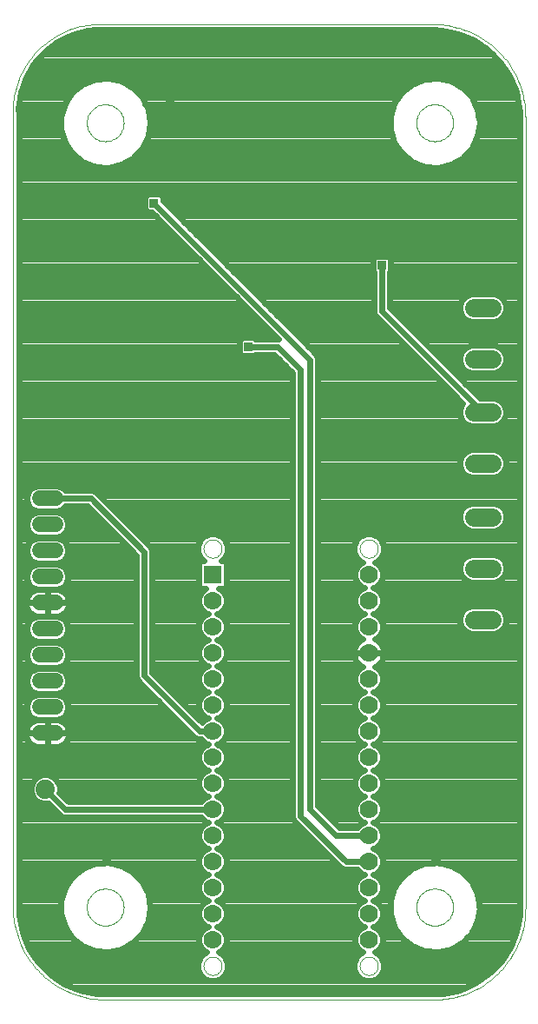
<source format=gbl>
G75*
%MOIN*%
%OFA0B0*%
%FSLAX24Y24*%
%IPPOS*%
%LPD*%
%AMOC8*
5,1,8,0,0,1.08239X$1,22.5*
%
%ADD10C,0.0000*%
%ADD11C,0.0740*%
%ADD12C,0.0600*%
%ADD13C,0.0705*%
%ADD14R,0.0700X0.0700*%
%ADD15C,0.0700*%
%ADD16C,0.0240*%
%ADD17R,0.0317X0.0317*%
D10*
X001927Y006470D02*
X001927Y036785D01*
X005076Y040328D02*
X018068Y040328D01*
X018184Y040326D01*
X018300Y040320D01*
X018415Y040311D01*
X018530Y040298D01*
X018645Y040281D01*
X018759Y040260D01*
X018873Y040235D01*
X018985Y040207D01*
X019096Y040175D01*
X019207Y040140D01*
X019316Y040101D01*
X019424Y040058D01*
X019530Y040012D01*
X019635Y039963D01*
X019738Y039910D01*
X019840Y039853D01*
X019939Y039794D01*
X020036Y039731D01*
X020132Y039665D01*
X020225Y039596D01*
X020316Y039524D01*
X020404Y039449D01*
X020490Y039371D01*
X020573Y039290D01*
X020654Y039207D01*
X020732Y039121D01*
X020807Y039033D01*
X020879Y038942D01*
X020948Y038849D01*
X021014Y038753D01*
X021077Y038656D01*
X021136Y038557D01*
X021193Y038455D01*
X021246Y038352D01*
X021295Y038247D01*
X021341Y038141D01*
X021384Y038033D01*
X021423Y037924D01*
X021458Y037813D01*
X021490Y037702D01*
X021518Y037590D01*
X021543Y037476D01*
X021564Y037362D01*
X021581Y037247D01*
X021594Y037132D01*
X021603Y037017D01*
X021609Y036901D01*
X021611Y036785D01*
X021612Y036785D02*
X021612Y006470D01*
X017418Y006470D02*
X017420Y006523D01*
X017426Y006576D01*
X017436Y006628D01*
X017449Y006679D01*
X017467Y006729D01*
X017488Y006778D01*
X017513Y006825D01*
X017541Y006869D01*
X017573Y006912D01*
X017607Y006952D01*
X017645Y006990D01*
X017685Y007024D01*
X017728Y007056D01*
X017773Y007084D01*
X017819Y007109D01*
X017868Y007130D01*
X017918Y007148D01*
X017969Y007161D01*
X018021Y007171D01*
X018074Y007177D01*
X018127Y007179D01*
X018180Y007177D01*
X018233Y007171D01*
X018285Y007161D01*
X018336Y007148D01*
X018386Y007130D01*
X018435Y007109D01*
X018482Y007084D01*
X018526Y007056D01*
X018569Y007024D01*
X018609Y006990D01*
X018647Y006952D01*
X018681Y006912D01*
X018713Y006869D01*
X018741Y006824D01*
X018766Y006778D01*
X018787Y006729D01*
X018805Y006679D01*
X018818Y006628D01*
X018828Y006576D01*
X018834Y006523D01*
X018836Y006470D01*
X018834Y006417D01*
X018828Y006364D01*
X018818Y006312D01*
X018805Y006261D01*
X018787Y006211D01*
X018766Y006162D01*
X018741Y006115D01*
X018713Y006071D01*
X018681Y006028D01*
X018647Y005988D01*
X018609Y005950D01*
X018569Y005916D01*
X018526Y005884D01*
X018481Y005856D01*
X018435Y005831D01*
X018386Y005810D01*
X018336Y005792D01*
X018285Y005779D01*
X018233Y005769D01*
X018180Y005763D01*
X018127Y005761D01*
X018074Y005763D01*
X018021Y005769D01*
X017969Y005779D01*
X017918Y005792D01*
X017868Y005810D01*
X017819Y005831D01*
X017772Y005856D01*
X017728Y005884D01*
X017685Y005916D01*
X017645Y005950D01*
X017607Y005988D01*
X017573Y006028D01*
X017541Y006071D01*
X017513Y006116D01*
X017488Y006162D01*
X017467Y006211D01*
X017449Y006261D01*
X017436Y006312D01*
X017426Y006364D01*
X017420Y006417D01*
X017418Y006470D01*
X018128Y002926D02*
X018245Y002929D01*
X018362Y002936D01*
X018479Y002947D01*
X018596Y002961D01*
X018712Y002980D01*
X018827Y003002D01*
X018941Y003029D01*
X019055Y003059D01*
X019167Y003093D01*
X019279Y003130D01*
X019388Y003172D01*
X019497Y003216D01*
X019604Y003265D01*
X019709Y003317D01*
X019813Y003373D01*
X019914Y003432D01*
X020014Y003494D01*
X020111Y003560D01*
X020206Y003629D01*
X020299Y003701D01*
X020389Y003776D01*
X020477Y003854D01*
X020562Y003935D01*
X020644Y004018D01*
X020724Y004105D01*
X020800Y004194D01*
X020874Y004285D01*
X020944Y004379D01*
X021012Y004476D01*
X021076Y004574D01*
X021136Y004675D01*
X021194Y004777D01*
X021248Y004882D01*
X021298Y004988D01*
X021345Y005095D01*
X021388Y005205D01*
X021427Y005315D01*
X021463Y005427D01*
X021495Y005540D01*
X021523Y005654D01*
X021547Y005769D01*
X021568Y005885D01*
X021584Y006001D01*
X021597Y006118D01*
X021606Y006235D01*
X021611Y006352D01*
X021612Y006470D01*
X018127Y002927D02*
X005470Y002927D01*
X004761Y006470D02*
X004763Y006523D01*
X004769Y006576D01*
X004779Y006628D01*
X004792Y006679D01*
X004810Y006729D01*
X004831Y006778D01*
X004856Y006825D01*
X004884Y006869D01*
X004916Y006912D01*
X004950Y006952D01*
X004988Y006990D01*
X005028Y007024D01*
X005071Y007056D01*
X005116Y007084D01*
X005162Y007109D01*
X005211Y007130D01*
X005261Y007148D01*
X005312Y007161D01*
X005364Y007171D01*
X005417Y007177D01*
X005470Y007179D01*
X005523Y007177D01*
X005576Y007171D01*
X005628Y007161D01*
X005679Y007148D01*
X005729Y007130D01*
X005778Y007109D01*
X005825Y007084D01*
X005869Y007056D01*
X005912Y007024D01*
X005952Y006990D01*
X005990Y006952D01*
X006024Y006912D01*
X006056Y006869D01*
X006084Y006824D01*
X006109Y006778D01*
X006130Y006729D01*
X006148Y006679D01*
X006161Y006628D01*
X006171Y006576D01*
X006177Y006523D01*
X006179Y006470D01*
X006177Y006417D01*
X006171Y006364D01*
X006161Y006312D01*
X006148Y006261D01*
X006130Y006211D01*
X006109Y006162D01*
X006084Y006115D01*
X006056Y006071D01*
X006024Y006028D01*
X005990Y005988D01*
X005952Y005950D01*
X005912Y005916D01*
X005869Y005884D01*
X005824Y005856D01*
X005778Y005831D01*
X005729Y005810D01*
X005679Y005792D01*
X005628Y005779D01*
X005576Y005769D01*
X005523Y005763D01*
X005470Y005761D01*
X005417Y005763D01*
X005364Y005769D01*
X005312Y005779D01*
X005261Y005792D01*
X005211Y005810D01*
X005162Y005831D01*
X005115Y005856D01*
X005071Y005884D01*
X005028Y005916D01*
X004988Y005950D01*
X004950Y005988D01*
X004916Y006028D01*
X004884Y006071D01*
X004856Y006116D01*
X004831Y006162D01*
X004810Y006211D01*
X004792Y006261D01*
X004779Y006312D01*
X004769Y006364D01*
X004763Y006417D01*
X004761Y006470D01*
X001927Y006470D02*
X001929Y006354D01*
X001935Y006238D01*
X001944Y006123D01*
X001957Y006008D01*
X001974Y005893D01*
X001995Y005779D01*
X002020Y005665D01*
X002048Y005553D01*
X002080Y005442D01*
X002115Y005331D01*
X002154Y005222D01*
X002197Y005114D01*
X002243Y005008D01*
X002292Y004903D01*
X002345Y004800D01*
X002402Y004698D01*
X002461Y004599D01*
X002524Y004502D01*
X002590Y004406D01*
X002659Y004313D01*
X002731Y004222D01*
X002806Y004134D01*
X002884Y004048D01*
X002965Y003965D01*
X003048Y003884D01*
X003134Y003806D01*
X003222Y003731D01*
X003313Y003659D01*
X003406Y003590D01*
X003502Y003524D01*
X003599Y003461D01*
X003699Y003402D01*
X003800Y003345D01*
X003903Y003292D01*
X004008Y003243D01*
X004114Y003197D01*
X004222Y003154D01*
X004331Y003115D01*
X004442Y003080D01*
X004553Y003048D01*
X004665Y003020D01*
X004779Y002995D01*
X004893Y002974D01*
X005008Y002957D01*
X005123Y002944D01*
X005238Y002935D01*
X005354Y002929D01*
X005470Y002927D01*
X009245Y004220D02*
X009247Y004257D01*
X009253Y004294D01*
X009263Y004330D01*
X009276Y004365D01*
X009293Y004398D01*
X009314Y004429D01*
X009338Y004457D01*
X009365Y004483D01*
X009394Y004506D01*
X009425Y004526D01*
X009459Y004542D01*
X009494Y004555D01*
X009530Y004564D01*
X009567Y004569D01*
X009604Y004570D01*
X009641Y004567D01*
X009678Y004560D01*
X009714Y004549D01*
X009748Y004535D01*
X009781Y004517D01*
X009811Y004495D01*
X009839Y004471D01*
X009864Y004443D01*
X009887Y004413D01*
X009906Y004381D01*
X009921Y004347D01*
X009933Y004312D01*
X009941Y004276D01*
X009945Y004239D01*
X009945Y004201D01*
X009941Y004164D01*
X009933Y004128D01*
X009921Y004093D01*
X009906Y004059D01*
X009887Y004027D01*
X009864Y003997D01*
X009839Y003969D01*
X009811Y003945D01*
X009781Y003923D01*
X009748Y003905D01*
X009714Y003891D01*
X009678Y003880D01*
X009641Y003873D01*
X009604Y003870D01*
X009567Y003871D01*
X009530Y003876D01*
X009494Y003885D01*
X009459Y003898D01*
X009425Y003914D01*
X009394Y003934D01*
X009365Y003957D01*
X009338Y003983D01*
X009314Y004011D01*
X009293Y004042D01*
X009276Y004075D01*
X009263Y004110D01*
X009253Y004146D01*
X009247Y004183D01*
X009245Y004220D01*
X015245Y004220D02*
X015247Y004257D01*
X015253Y004294D01*
X015263Y004330D01*
X015276Y004365D01*
X015293Y004398D01*
X015314Y004429D01*
X015338Y004457D01*
X015365Y004483D01*
X015394Y004506D01*
X015425Y004526D01*
X015459Y004542D01*
X015494Y004555D01*
X015530Y004564D01*
X015567Y004569D01*
X015604Y004570D01*
X015641Y004567D01*
X015678Y004560D01*
X015714Y004549D01*
X015748Y004535D01*
X015781Y004517D01*
X015811Y004495D01*
X015839Y004471D01*
X015864Y004443D01*
X015887Y004413D01*
X015906Y004381D01*
X015921Y004347D01*
X015933Y004312D01*
X015941Y004276D01*
X015945Y004239D01*
X015945Y004201D01*
X015941Y004164D01*
X015933Y004128D01*
X015921Y004093D01*
X015906Y004059D01*
X015887Y004027D01*
X015864Y003997D01*
X015839Y003969D01*
X015811Y003945D01*
X015781Y003923D01*
X015748Y003905D01*
X015714Y003891D01*
X015678Y003880D01*
X015641Y003873D01*
X015604Y003870D01*
X015567Y003871D01*
X015530Y003876D01*
X015494Y003885D01*
X015459Y003898D01*
X015425Y003914D01*
X015394Y003934D01*
X015365Y003957D01*
X015338Y003983D01*
X015314Y004011D01*
X015293Y004042D01*
X015276Y004075D01*
X015263Y004110D01*
X015253Y004146D01*
X015247Y004183D01*
X015245Y004220D01*
X015245Y020220D02*
X015247Y020257D01*
X015253Y020294D01*
X015263Y020330D01*
X015276Y020365D01*
X015293Y020398D01*
X015314Y020429D01*
X015338Y020457D01*
X015365Y020483D01*
X015394Y020506D01*
X015425Y020526D01*
X015459Y020542D01*
X015494Y020555D01*
X015530Y020564D01*
X015567Y020569D01*
X015604Y020570D01*
X015641Y020567D01*
X015678Y020560D01*
X015714Y020549D01*
X015748Y020535D01*
X015781Y020517D01*
X015811Y020495D01*
X015839Y020471D01*
X015864Y020443D01*
X015887Y020413D01*
X015906Y020381D01*
X015921Y020347D01*
X015933Y020312D01*
X015941Y020276D01*
X015945Y020239D01*
X015945Y020201D01*
X015941Y020164D01*
X015933Y020128D01*
X015921Y020093D01*
X015906Y020059D01*
X015887Y020027D01*
X015864Y019997D01*
X015839Y019969D01*
X015811Y019945D01*
X015781Y019923D01*
X015748Y019905D01*
X015714Y019891D01*
X015678Y019880D01*
X015641Y019873D01*
X015604Y019870D01*
X015567Y019871D01*
X015530Y019876D01*
X015494Y019885D01*
X015459Y019898D01*
X015425Y019914D01*
X015394Y019934D01*
X015365Y019957D01*
X015338Y019983D01*
X015314Y020011D01*
X015293Y020042D01*
X015276Y020075D01*
X015263Y020110D01*
X015253Y020146D01*
X015247Y020183D01*
X015245Y020220D01*
X009245Y020220D02*
X009247Y020257D01*
X009253Y020294D01*
X009263Y020330D01*
X009276Y020365D01*
X009293Y020398D01*
X009314Y020429D01*
X009338Y020457D01*
X009365Y020483D01*
X009394Y020506D01*
X009425Y020526D01*
X009459Y020542D01*
X009494Y020555D01*
X009530Y020564D01*
X009567Y020569D01*
X009604Y020570D01*
X009641Y020567D01*
X009678Y020560D01*
X009714Y020549D01*
X009748Y020535D01*
X009781Y020517D01*
X009811Y020495D01*
X009839Y020471D01*
X009864Y020443D01*
X009887Y020413D01*
X009906Y020381D01*
X009921Y020347D01*
X009933Y020312D01*
X009941Y020276D01*
X009945Y020239D01*
X009945Y020201D01*
X009941Y020164D01*
X009933Y020128D01*
X009921Y020093D01*
X009906Y020059D01*
X009887Y020027D01*
X009864Y019997D01*
X009839Y019969D01*
X009811Y019945D01*
X009781Y019923D01*
X009748Y019905D01*
X009714Y019891D01*
X009678Y019880D01*
X009641Y019873D01*
X009604Y019870D01*
X009567Y019871D01*
X009530Y019876D01*
X009494Y019885D01*
X009459Y019898D01*
X009425Y019914D01*
X009394Y019934D01*
X009365Y019957D01*
X009338Y019983D01*
X009314Y020011D01*
X009293Y020042D01*
X009276Y020075D01*
X009263Y020110D01*
X009253Y020146D01*
X009247Y020183D01*
X009245Y020220D01*
X004761Y036549D02*
X004763Y036602D01*
X004769Y036655D01*
X004779Y036707D01*
X004792Y036758D01*
X004810Y036808D01*
X004831Y036857D01*
X004856Y036904D01*
X004884Y036948D01*
X004916Y036991D01*
X004950Y037031D01*
X004988Y037069D01*
X005028Y037103D01*
X005071Y037135D01*
X005116Y037163D01*
X005162Y037188D01*
X005211Y037209D01*
X005261Y037227D01*
X005312Y037240D01*
X005364Y037250D01*
X005417Y037256D01*
X005470Y037258D01*
X005523Y037256D01*
X005576Y037250D01*
X005628Y037240D01*
X005679Y037227D01*
X005729Y037209D01*
X005778Y037188D01*
X005825Y037163D01*
X005869Y037135D01*
X005912Y037103D01*
X005952Y037069D01*
X005990Y037031D01*
X006024Y036991D01*
X006056Y036948D01*
X006084Y036903D01*
X006109Y036857D01*
X006130Y036808D01*
X006148Y036758D01*
X006161Y036707D01*
X006171Y036655D01*
X006177Y036602D01*
X006179Y036549D01*
X006177Y036496D01*
X006171Y036443D01*
X006161Y036391D01*
X006148Y036340D01*
X006130Y036290D01*
X006109Y036241D01*
X006084Y036194D01*
X006056Y036150D01*
X006024Y036107D01*
X005990Y036067D01*
X005952Y036029D01*
X005912Y035995D01*
X005869Y035963D01*
X005824Y035935D01*
X005778Y035910D01*
X005729Y035889D01*
X005679Y035871D01*
X005628Y035858D01*
X005576Y035848D01*
X005523Y035842D01*
X005470Y035840D01*
X005417Y035842D01*
X005364Y035848D01*
X005312Y035858D01*
X005261Y035871D01*
X005211Y035889D01*
X005162Y035910D01*
X005115Y035935D01*
X005071Y035963D01*
X005028Y035995D01*
X004988Y036029D01*
X004950Y036067D01*
X004916Y036107D01*
X004884Y036150D01*
X004856Y036195D01*
X004831Y036241D01*
X004810Y036290D01*
X004792Y036340D01*
X004779Y036391D01*
X004769Y036443D01*
X004763Y036496D01*
X004761Y036549D01*
X001927Y036785D02*
X001922Y036900D01*
X001921Y037014D01*
X001924Y037128D01*
X001931Y037243D01*
X001942Y037357D01*
X001957Y037470D01*
X001975Y037583D01*
X001998Y037695D01*
X002024Y037807D01*
X002054Y037917D01*
X002088Y038026D01*
X002125Y038135D01*
X002167Y038241D01*
X002211Y038347D01*
X002260Y038450D01*
X002312Y038552D01*
X002367Y038653D01*
X002426Y038751D01*
X002488Y038847D01*
X002553Y038941D01*
X002622Y039033D01*
X002693Y039122D01*
X002768Y039209D01*
X002845Y039293D01*
X002925Y039375D01*
X003009Y039453D01*
X003094Y039529D01*
X003182Y039602D01*
X003273Y039672D01*
X003366Y039739D01*
X003461Y039802D01*
X003559Y039862D01*
X003658Y039919D01*
X003759Y039973D01*
X003862Y040023D01*
X003967Y040069D01*
X004073Y040112D01*
X004181Y040151D01*
X004289Y040186D01*
X004399Y040218D01*
X004510Y040246D01*
X004622Y040270D01*
X004735Y040291D01*
X004848Y040307D01*
X004962Y040320D01*
X005076Y040328D01*
X017418Y036549D02*
X017420Y036602D01*
X017426Y036655D01*
X017436Y036707D01*
X017449Y036758D01*
X017467Y036808D01*
X017488Y036857D01*
X017513Y036904D01*
X017541Y036948D01*
X017573Y036991D01*
X017607Y037031D01*
X017645Y037069D01*
X017685Y037103D01*
X017728Y037135D01*
X017773Y037163D01*
X017819Y037188D01*
X017868Y037209D01*
X017918Y037227D01*
X017969Y037240D01*
X018021Y037250D01*
X018074Y037256D01*
X018127Y037258D01*
X018180Y037256D01*
X018233Y037250D01*
X018285Y037240D01*
X018336Y037227D01*
X018386Y037209D01*
X018435Y037188D01*
X018482Y037163D01*
X018526Y037135D01*
X018569Y037103D01*
X018609Y037069D01*
X018647Y037031D01*
X018681Y036991D01*
X018713Y036948D01*
X018741Y036903D01*
X018766Y036857D01*
X018787Y036808D01*
X018805Y036758D01*
X018818Y036707D01*
X018828Y036655D01*
X018834Y036602D01*
X018836Y036549D01*
X018834Y036496D01*
X018828Y036443D01*
X018818Y036391D01*
X018805Y036340D01*
X018787Y036290D01*
X018766Y036241D01*
X018741Y036194D01*
X018713Y036150D01*
X018681Y036107D01*
X018647Y036067D01*
X018609Y036029D01*
X018569Y035995D01*
X018526Y035963D01*
X018481Y035935D01*
X018435Y035910D01*
X018386Y035889D01*
X018336Y035871D01*
X018285Y035858D01*
X018233Y035848D01*
X018180Y035842D01*
X018127Y035840D01*
X018074Y035842D01*
X018021Y035848D01*
X017969Y035858D01*
X017918Y035871D01*
X017868Y035889D01*
X017819Y035910D01*
X017772Y035935D01*
X017728Y035963D01*
X017685Y035995D01*
X017645Y036029D01*
X017607Y036067D01*
X017573Y036107D01*
X017541Y036150D01*
X017513Y036195D01*
X017488Y036241D01*
X017467Y036290D01*
X017449Y036340D01*
X017436Y036391D01*
X017426Y036443D01*
X017420Y036496D01*
X017418Y036549D01*
D11*
X003165Y010992D03*
D12*
X002946Y013141D02*
X003546Y013141D01*
X003546Y014141D02*
X002946Y014141D01*
X002946Y015141D02*
X003546Y015141D01*
X003546Y016141D02*
X002946Y016141D01*
X002946Y017141D02*
X003546Y017141D01*
X003546Y018141D02*
X002946Y018141D01*
X002946Y019141D02*
X003546Y019141D01*
X003546Y020141D02*
X002946Y020141D01*
X002946Y021141D02*
X003546Y021141D01*
X003546Y022141D02*
X002946Y022141D01*
D13*
X019625Y021439D02*
X020330Y021439D01*
X020330Y019470D02*
X019625Y019470D01*
X019625Y017501D02*
X020330Y017501D01*
X020323Y023486D02*
X019618Y023486D01*
X019618Y025454D02*
X020323Y025454D01*
X020323Y027486D02*
X019618Y027486D01*
X019618Y029454D02*
X020323Y029454D01*
D14*
X009595Y019220D03*
D15*
X009595Y018220D03*
X009595Y017220D03*
X009595Y016220D03*
X009595Y015220D03*
X009595Y014220D03*
X009595Y013220D03*
X009595Y012220D03*
X009595Y011220D03*
X009595Y010220D03*
X009595Y009220D03*
X009595Y008220D03*
X009595Y007220D03*
X009595Y006220D03*
X009595Y005220D03*
X015595Y005220D03*
X015595Y006220D03*
X015595Y007220D03*
X015595Y008220D03*
X015595Y009220D03*
X015595Y010220D03*
X015595Y011220D03*
X015595Y012220D03*
X015595Y013220D03*
X015595Y014220D03*
X015595Y015220D03*
X015595Y016220D03*
X015595Y017220D03*
X015595Y018220D03*
X015595Y019220D03*
D16*
X002539Y004903D02*
X002901Y004362D01*
X003362Y003901D01*
X003903Y003539D01*
X004505Y003290D01*
X005144Y003163D01*
X005470Y003147D01*
X018126Y003147D01*
X018448Y003165D01*
X019081Y003297D01*
X019675Y003549D01*
X020209Y003912D01*
X020662Y004372D01*
X021016Y004912D01*
X021258Y005511D01*
X021379Y006145D01*
X021392Y006468D01*
X021392Y006469D01*
X021391Y006559D01*
X021392Y006560D01*
X021392Y036785D01*
X021376Y037111D01*
X021249Y037750D01*
X020999Y038352D01*
X020637Y038893D01*
X020177Y039354D01*
X019635Y039716D01*
X019033Y039965D01*
X018394Y040092D01*
X018068Y040108D01*
X005086Y040108D01*
X004784Y040076D01*
X004189Y039921D01*
X003637Y039653D01*
X003147Y039282D01*
X002739Y038823D01*
X002429Y038294D01*
X002228Y037713D01*
X002143Y037105D01*
X002146Y036877D01*
X002147Y036876D01*
X002147Y036791D01*
X002152Y036707D01*
X002147Y036701D01*
X002147Y006470D01*
X002163Y006144D01*
X002290Y005505D01*
X002539Y004903D01*
X002585Y004835D02*
X004981Y004835D01*
X005087Y004793D02*
X005087Y004793D01*
X004610Y004980D01*
X004610Y004980D01*
X004209Y005300D01*
X004209Y005300D01*
X004209Y005300D01*
X003920Y005724D01*
X003920Y005724D01*
X003769Y006214D01*
X003769Y006726D01*
X003920Y007216D01*
X003920Y007216D01*
X004209Y007640D01*
X004209Y007640D01*
X004610Y007960D01*
X004610Y007960D01*
X005087Y008147D01*
X005087Y008147D01*
X005599Y008185D01*
X005599Y008185D01*
X006098Y008071D01*
X006098Y008071D01*
X006542Y007815D01*
X006542Y007815D01*
X006891Y007439D01*
X006891Y007439D01*
X007114Y006977D01*
X007190Y006470D01*
X007190Y006470D01*
X007114Y005963D01*
X006891Y005501D01*
X006542Y005125D01*
X006542Y005125D01*
X006098Y004869D01*
X006098Y004869D01*
X005599Y004755D01*
X005599Y004755D01*
X005087Y004793D01*
X004494Y005073D02*
X002469Y005073D01*
X002370Y005312D02*
X004201Y005312D01*
X004039Y005550D02*
X002281Y005550D01*
X002233Y005789D02*
X003900Y005789D01*
X003827Y006027D02*
X002186Y006027D01*
X002157Y006266D02*
X003769Y006266D01*
X003769Y006504D02*
X002147Y006504D01*
X002147Y006743D02*
X003774Y006743D01*
X003848Y006981D02*
X002147Y006981D01*
X002147Y007220D02*
X003923Y007220D01*
X004085Y007458D02*
X002147Y007458D01*
X002147Y007697D02*
X004280Y007697D01*
X004579Y007935D02*
X002147Y007935D01*
X002147Y008174D02*
X005445Y008174D01*
X005649Y008174D02*
X009065Y008174D01*
X009065Y008115D02*
X009146Y007920D01*
X009295Y007771D01*
X009417Y007720D01*
X009295Y007669D01*
X009146Y007520D01*
X009065Y007325D01*
X009065Y007115D01*
X009146Y006920D01*
X009295Y006771D01*
X009417Y006720D01*
X009295Y006669D01*
X009146Y006520D01*
X009065Y006325D01*
X009065Y006115D01*
X009146Y005920D01*
X009295Y005771D01*
X009417Y005720D01*
X009295Y005669D01*
X009146Y005520D01*
X009065Y005325D01*
X009065Y005115D01*
X009146Y004920D01*
X009295Y004771D01*
X009365Y004742D01*
X009272Y004703D01*
X009112Y004543D01*
X009025Y004333D01*
X009025Y004107D01*
X009112Y003897D01*
X009272Y003737D01*
X009482Y003650D01*
X009708Y003650D01*
X009918Y003737D01*
X010078Y003897D01*
X010165Y004107D01*
X010165Y004333D01*
X010078Y004543D01*
X009918Y004703D01*
X009825Y004742D01*
X009895Y004771D01*
X010044Y004920D01*
X010125Y005115D01*
X010125Y005325D01*
X010044Y005520D01*
X009895Y005669D01*
X009773Y005720D01*
X009895Y005771D01*
X010044Y005920D01*
X010125Y006115D01*
X010125Y006325D01*
X010044Y006520D01*
X009895Y006669D01*
X009773Y006720D01*
X009895Y006771D01*
X010044Y006920D01*
X010125Y007115D01*
X010125Y007325D01*
X010044Y007520D01*
X009895Y007669D01*
X009773Y007720D01*
X009895Y007771D01*
X010044Y007920D01*
X010125Y008115D01*
X010125Y008325D01*
X010044Y008520D01*
X009895Y008669D01*
X009773Y008720D01*
X009895Y008771D01*
X010044Y008920D01*
X010125Y009115D01*
X010125Y009325D01*
X010044Y009520D01*
X009895Y009669D01*
X009773Y009720D01*
X009895Y009771D01*
X010044Y009920D01*
X010125Y010115D01*
X010125Y010325D01*
X010044Y010520D01*
X009895Y010669D01*
X009773Y010720D01*
X009895Y010771D01*
X010044Y010920D01*
X010125Y011115D01*
X010125Y011325D01*
X010044Y011520D01*
X009895Y011669D01*
X009773Y011720D01*
X009895Y011771D01*
X010044Y011920D01*
X010125Y012115D01*
X010125Y012325D01*
X010044Y012520D01*
X009895Y012669D01*
X009773Y012720D01*
X009895Y012771D01*
X010044Y012920D01*
X010125Y013115D01*
X010125Y013325D01*
X010044Y013520D01*
X009895Y013669D01*
X009773Y013720D01*
X009895Y013771D01*
X010044Y013920D01*
X010125Y014115D01*
X010125Y014325D01*
X010044Y014520D01*
X009895Y014669D01*
X009773Y014720D01*
X009895Y014771D01*
X010044Y014920D01*
X010125Y015115D01*
X010125Y015325D01*
X010044Y015520D01*
X009895Y015669D01*
X009773Y015720D01*
X009895Y015771D01*
X010044Y015920D01*
X010125Y016115D01*
X010125Y016325D01*
X010044Y016520D01*
X009895Y016669D01*
X009773Y016720D01*
X009895Y016771D01*
X010044Y016920D01*
X010125Y017115D01*
X010125Y017325D01*
X010044Y017520D01*
X009895Y017669D01*
X009773Y017720D01*
X009895Y017771D01*
X010044Y017920D01*
X010125Y018115D01*
X010125Y018325D01*
X010044Y018520D01*
X009895Y018669D01*
X009845Y018690D01*
X010020Y018690D01*
X010125Y018795D01*
X010125Y019645D01*
X010020Y019750D01*
X009931Y019750D01*
X010078Y019897D01*
X010165Y020107D01*
X010165Y020333D01*
X010078Y020543D01*
X009918Y020703D01*
X009708Y020790D01*
X009482Y020790D01*
X009272Y020703D01*
X009112Y020543D01*
X009025Y020333D01*
X009025Y020107D01*
X009112Y019897D01*
X009259Y019750D01*
X009170Y019750D01*
X009065Y019645D01*
X009065Y018795D01*
X009170Y018690D01*
X009345Y018690D01*
X009295Y018669D01*
X009146Y018520D01*
X009065Y018325D01*
X009065Y018115D01*
X009146Y017920D01*
X009295Y017771D01*
X009417Y017720D01*
X009295Y017669D01*
X009146Y017520D01*
X009065Y017325D01*
X009065Y017115D01*
X009146Y016920D01*
X009295Y016771D01*
X009417Y016720D01*
X009295Y016669D01*
X009146Y016520D01*
X009065Y016325D01*
X009065Y016115D01*
X009146Y015920D01*
X009295Y015771D01*
X009417Y015720D01*
X009295Y015669D01*
X009146Y015520D01*
X009065Y015325D01*
X009065Y015115D01*
X009146Y014920D01*
X009295Y014771D01*
X009417Y014720D01*
X009295Y014669D01*
X009146Y014520D01*
X009065Y014325D01*
X009065Y014115D01*
X009146Y013920D01*
X009295Y013771D01*
X009417Y013720D01*
X009295Y013669D01*
X009182Y013557D01*
X007270Y015469D01*
X007270Y020155D01*
X007224Y020265D01*
X005178Y022311D01*
X005094Y022396D01*
X004983Y022441D01*
X003924Y022441D01*
X003817Y022548D01*
X003641Y022621D01*
X002850Y022621D01*
X002674Y022548D01*
X002539Y022413D01*
X002466Y022237D01*
X002466Y022046D01*
X002539Y021869D01*
X002674Y021734D01*
X002850Y021661D01*
X003641Y021661D01*
X003817Y021734D01*
X003924Y021841D01*
X004799Y021841D01*
X006670Y019971D01*
X006670Y015285D01*
X006716Y015175D01*
X006800Y015091D01*
X008925Y012966D01*
X009035Y012920D01*
X009146Y012920D01*
X009295Y012771D01*
X009417Y012720D01*
X009295Y012669D01*
X009146Y012520D01*
X009065Y012325D01*
X009065Y012115D01*
X009146Y011920D01*
X009295Y011771D01*
X009417Y011720D01*
X009295Y011669D01*
X009146Y011520D01*
X009065Y011325D01*
X009065Y011115D01*
X009146Y010920D01*
X009295Y010771D01*
X009417Y010720D01*
X009295Y010669D01*
X009146Y010520D01*
X009146Y010520D01*
X004061Y010520D01*
X003710Y010871D01*
X003715Y010882D01*
X003715Y011101D01*
X003631Y011303D01*
X003476Y011458D01*
X003274Y011542D01*
X003055Y011542D01*
X002853Y011458D01*
X002699Y011303D01*
X002615Y011101D01*
X002615Y010882D01*
X002699Y010680D01*
X002853Y010525D01*
X003055Y010442D01*
X003274Y010442D01*
X003286Y010446D01*
X003767Y009966D01*
X003877Y009920D01*
X009146Y009920D01*
X009295Y009771D01*
X009417Y009720D01*
X009295Y009669D01*
X009146Y009520D01*
X009065Y009325D01*
X009065Y009115D01*
X009146Y008920D01*
X009295Y008771D01*
X009417Y008720D01*
X009295Y008669D01*
X009146Y008520D01*
X009065Y008325D01*
X009065Y008115D01*
X009139Y007935D02*
X006334Y007935D01*
X006652Y007697D02*
X009361Y007697D01*
X009120Y007458D02*
X006873Y007458D01*
X006997Y007220D02*
X009065Y007220D01*
X009120Y006981D02*
X007112Y006981D01*
X007114Y006977D02*
X007114Y006977D01*
X007149Y006743D02*
X009362Y006743D01*
X009139Y006504D02*
X007185Y006504D01*
X007159Y006266D02*
X009065Y006266D01*
X009101Y006027D02*
X007123Y006027D01*
X007030Y005789D02*
X009277Y005789D01*
X009176Y005550D02*
X006915Y005550D01*
X006715Y005312D02*
X009065Y005312D01*
X009082Y005073D02*
X006452Y005073D01*
X006542Y005125D02*
X006542Y005125D01*
X005949Y004835D02*
X009231Y004835D01*
X009165Y004596D02*
X002744Y004596D01*
X002905Y004358D02*
X009035Y004358D01*
X009025Y004119D02*
X003144Y004119D01*
X003392Y003881D02*
X009128Y003881D01*
X010062Y003881D02*
X015128Y003881D01*
X015112Y003897D02*
X015272Y003737D01*
X015482Y003650D01*
X015708Y003650D01*
X015918Y003737D01*
X016078Y003897D01*
X016165Y004107D01*
X016165Y004333D01*
X016078Y004543D01*
X015918Y004703D01*
X015825Y004742D01*
X015895Y004771D01*
X016044Y004920D01*
X016125Y005115D01*
X016125Y005325D01*
X016044Y005520D01*
X015895Y005669D01*
X015773Y005720D01*
X015895Y005771D01*
X016044Y005920D01*
X016125Y006115D01*
X016125Y006325D01*
X016044Y006520D01*
X015895Y006669D01*
X015773Y006720D01*
X015895Y006771D01*
X016044Y006920D01*
X016125Y007115D01*
X016125Y007325D01*
X016044Y007520D01*
X015895Y007669D01*
X015773Y007720D01*
X015895Y007771D01*
X016044Y007920D01*
X016125Y008115D01*
X016125Y008325D01*
X016044Y008520D01*
X015895Y008669D01*
X015773Y008720D01*
X015895Y008771D01*
X016044Y008920D01*
X016125Y009115D01*
X016125Y009325D01*
X016044Y009520D01*
X015895Y009669D01*
X015773Y009720D01*
X015895Y009771D01*
X016044Y009920D01*
X016125Y010115D01*
X016125Y010325D01*
X016044Y010520D01*
X015895Y010669D01*
X015773Y010720D01*
X015895Y010771D01*
X016044Y010920D01*
X016125Y011115D01*
X016125Y011325D01*
X016044Y011520D01*
X015895Y011669D01*
X015773Y011720D01*
X015895Y011771D01*
X016044Y011920D01*
X016125Y012115D01*
X016125Y012325D01*
X016044Y012520D01*
X015895Y012669D01*
X015773Y012720D01*
X015895Y012771D01*
X016044Y012920D01*
X016125Y013115D01*
X016125Y013325D01*
X016044Y013520D01*
X015895Y013669D01*
X015773Y013720D01*
X015895Y013771D01*
X016044Y013920D01*
X016125Y014115D01*
X016125Y014325D01*
X016044Y014520D01*
X015895Y014669D01*
X015773Y014720D01*
X015895Y014771D01*
X016044Y014920D01*
X016125Y015115D01*
X016125Y015325D01*
X016044Y015520D01*
X015895Y015669D01*
X015826Y015698D01*
X015894Y015732D01*
X015966Y015785D01*
X016030Y015849D01*
X016083Y015921D01*
X016123Y016001D01*
X016151Y016087D01*
X016165Y016175D01*
X016165Y016220D01*
X016165Y016265D01*
X016151Y016353D01*
X016123Y016439D01*
X016083Y016519D01*
X016030Y016591D01*
X015966Y016655D01*
X015894Y016708D01*
X015826Y016742D01*
X015895Y016771D01*
X016044Y016920D01*
X016125Y017115D01*
X016125Y017325D01*
X016044Y017520D01*
X015895Y017669D01*
X015773Y017720D01*
X015895Y017771D01*
X016044Y017920D01*
X016125Y018115D01*
X016125Y018325D01*
X016044Y018520D01*
X015895Y018669D01*
X015773Y018720D01*
X015895Y018771D01*
X016044Y018920D01*
X016125Y019115D01*
X016125Y019325D01*
X016044Y019520D01*
X015895Y019669D01*
X015825Y019698D01*
X015918Y019737D01*
X016078Y019897D01*
X016165Y020107D01*
X016165Y020333D01*
X016078Y020543D01*
X015918Y020703D01*
X015708Y020790D01*
X015482Y020790D01*
X015272Y020703D01*
X015112Y020543D01*
X015025Y020333D01*
X015025Y020107D01*
X015112Y019897D01*
X015272Y019737D01*
X015365Y019698D01*
X015295Y019669D01*
X015146Y019520D01*
X015065Y019325D01*
X015065Y019115D01*
X015146Y018920D01*
X015295Y018771D01*
X015417Y018720D01*
X015295Y018669D01*
X015146Y018520D01*
X015065Y018325D01*
X015065Y018115D01*
X015146Y017920D01*
X015295Y017771D01*
X015417Y017720D01*
X015295Y017669D01*
X015146Y017520D01*
X015065Y017325D01*
X015065Y017115D01*
X015146Y016920D01*
X015295Y016771D01*
X015364Y016742D01*
X015296Y016708D01*
X015224Y016655D01*
X015160Y016591D01*
X015107Y016519D01*
X015067Y016439D01*
X015039Y016353D01*
X015025Y016265D01*
X015025Y016220D01*
X015595Y016220D01*
X016165Y016220D01*
X015595Y016220D01*
X015595Y016220D01*
X015595Y016220D01*
X015025Y016220D01*
X015025Y016175D01*
X015039Y016087D01*
X015067Y016001D01*
X015107Y015921D01*
X015160Y015849D01*
X015224Y015785D01*
X015296Y015732D01*
X015364Y015698D01*
X015295Y015669D01*
X015146Y015520D01*
X015065Y015325D01*
X015065Y015115D01*
X015146Y014920D01*
X015295Y014771D01*
X015417Y014720D01*
X015295Y014669D01*
X015146Y014520D01*
X015065Y014325D01*
X015065Y014115D01*
X015146Y013920D01*
X015295Y013771D01*
X015417Y013720D01*
X015295Y013669D01*
X015146Y013520D01*
X015065Y013325D01*
X015065Y013115D01*
X015146Y012920D01*
X015295Y012771D01*
X015417Y012720D01*
X015295Y012669D01*
X015146Y012520D01*
X015065Y012325D01*
X015065Y012115D01*
X015146Y011920D01*
X015295Y011771D01*
X015417Y011720D01*
X015295Y011669D01*
X015146Y011520D01*
X015065Y011325D01*
X015065Y011115D01*
X015146Y010920D01*
X015295Y010771D01*
X015417Y010720D01*
X015295Y010669D01*
X015146Y010520D01*
X015065Y010325D01*
X015065Y010115D01*
X015146Y009920D01*
X015295Y009771D01*
X015417Y009720D01*
X015295Y009669D01*
X015146Y009520D01*
X015146Y009520D01*
X014469Y009520D01*
X013645Y010344D01*
X013645Y027530D01*
X013599Y027640D01*
X013515Y027724D01*
X007683Y033556D01*
X007683Y033703D01*
X007578Y033808D01*
X007112Y033808D01*
X007007Y033703D01*
X007007Y033237D01*
X007112Y033132D01*
X007259Y033132D01*
X012121Y028270D01*
X011241Y028270D01*
X011203Y028308D01*
X010737Y028308D01*
X010632Y028203D01*
X010632Y027737D01*
X010737Y027632D01*
X011203Y027632D01*
X011241Y027670D01*
X011971Y027670D01*
X012670Y026971D01*
X012670Y009910D01*
X012716Y009800D01*
X014466Y008050D01*
X014550Y007966D01*
X014660Y007920D01*
X015146Y007920D01*
X015295Y007771D01*
X015417Y007720D01*
X015295Y007669D01*
X015146Y007520D01*
X015065Y007325D01*
X015065Y007115D01*
X015146Y006920D01*
X015295Y006771D01*
X015417Y006720D01*
X015295Y006669D01*
X015146Y006520D01*
X015065Y006325D01*
X015065Y006115D01*
X015146Y005920D01*
X015295Y005771D01*
X015417Y005720D01*
X015295Y005669D01*
X015146Y005520D01*
X015065Y005325D01*
X015065Y005115D01*
X015146Y004920D01*
X015295Y004771D01*
X015365Y004742D01*
X015272Y004703D01*
X015112Y004543D01*
X015025Y004333D01*
X015025Y004107D01*
X015112Y003897D01*
X015025Y004119D02*
X010165Y004119D01*
X010155Y004358D02*
X015035Y004358D01*
X015165Y004596D02*
X010025Y004596D01*
X009959Y004835D02*
X015231Y004835D01*
X015082Y005073D02*
X010108Y005073D01*
X010125Y005312D02*
X015065Y005312D01*
X015176Y005550D02*
X010014Y005550D01*
X009913Y005789D02*
X015277Y005789D01*
X015101Y006027D02*
X010089Y006027D01*
X010125Y006266D02*
X015065Y006266D01*
X015139Y006504D02*
X010051Y006504D01*
X009828Y006743D02*
X015362Y006743D01*
X015120Y006981D02*
X010070Y006981D01*
X010125Y007220D02*
X015065Y007220D01*
X015120Y007458D02*
X010070Y007458D01*
X009829Y007697D02*
X015361Y007697D01*
X015146Y007920D02*
X015146Y007920D01*
X014720Y008220D02*
X015595Y008220D01*
X015829Y007697D02*
X016938Y007697D01*
X016867Y007640D02*
X016867Y007640D01*
X017267Y007960D01*
X017267Y007960D01*
X017745Y008147D01*
X018256Y008185D01*
X018756Y008071D01*
X018756Y008071D01*
X019200Y007815D01*
X019200Y007815D01*
X019549Y007439D01*
X019549Y007439D01*
X019771Y006977D01*
X019771Y006977D01*
X019847Y006470D01*
X019771Y005963D01*
X019549Y005501D01*
X019549Y005501D01*
X019200Y005125D01*
X019200Y005125D01*
X018756Y004869D01*
X018756Y004869D01*
X018256Y004755D01*
X018256Y004755D01*
X017745Y004793D01*
X017745Y004793D01*
X017267Y004980D01*
X017267Y004980D01*
X016867Y005300D01*
X016867Y005300D01*
X016867Y005300D01*
X016578Y005724D01*
X016578Y005724D01*
X016427Y006214D01*
X016427Y006726D01*
X016578Y007216D01*
X016578Y007216D01*
X016867Y007640D01*
X016743Y007458D02*
X016070Y007458D01*
X016125Y007220D02*
X016580Y007220D01*
X016505Y006981D02*
X016070Y006981D01*
X015828Y006743D02*
X016432Y006743D01*
X016427Y006504D02*
X016051Y006504D01*
X016125Y006266D02*
X016427Y006266D01*
X016484Y006027D02*
X016089Y006027D01*
X015913Y005789D02*
X016558Y005789D01*
X016696Y005550D02*
X016014Y005550D01*
X016125Y005312D02*
X016859Y005312D01*
X017151Y005073D02*
X016108Y005073D01*
X015959Y004835D02*
X017639Y004835D01*
X018606Y004835D02*
X020965Y004835D01*
X021081Y005073D02*
X019110Y005073D01*
X019373Y005312D02*
X021177Y005312D01*
X021265Y005550D02*
X019572Y005550D01*
X019687Y005789D02*
X021311Y005789D01*
X021356Y006027D02*
X019781Y006027D01*
X019771Y005963D02*
X019771Y005963D01*
X019817Y006266D02*
X021383Y006266D01*
X021391Y006504D02*
X019842Y006504D01*
X019806Y006743D02*
X021392Y006743D01*
X021392Y006981D02*
X019769Y006981D01*
X019654Y007220D02*
X021392Y007220D01*
X021392Y007458D02*
X019531Y007458D01*
X019309Y007697D02*
X021392Y007697D01*
X021392Y007935D02*
X018991Y007935D01*
X018306Y008174D02*
X021392Y008174D01*
X021392Y008412D02*
X016089Y008412D01*
X016125Y008174D02*
X018103Y008174D01*
X017237Y007935D02*
X016051Y007935D01*
X015914Y008651D02*
X021392Y008651D01*
X021392Y008889D02*
X016014Y008889D01*
X016125Y009128D02*
X021392Y009128D01*
X021392Y009366D02*
X016108Y009366D01*
X015960Y009605D02*
X021392Y009605D01*
X021392Y009843D02*
X015968Y009843D01*
X016111Y010082D02*
X021392Y010082D01*
X021392Y010320D02*
X016125Y010320D01*
X016006Y010559D02*
X021392Y010559D01*
X021392Y010797D02*
X015922Y010797D01*
X016092Y011036D02*
X021392Y011036D01*
X021392Y011274D02*
X016125Y011274D01*
X016047Y011513D02*
X021392Y011513D01*
X021392Y011751D02*
X015848Y011751D01*
X016073Y011990D02*
X021392Y011990D01*
X021392Y012228D02*
X016125Y012228D01*
X016066Y012467D02*
X021392Y012467D01*
X021392Y012705D02*
X015809Y012705D01*
X016054Y012944D02*
X021392Y012944D01*
X021392Y013182D02*
X016125Y013182D01*
X016086Y013421D02*
X021392Y013421D01*
X021392Y013659D02*
X015905Y013659D01*
X016022Y013898D02*
X021392Y013898D01*
X021392Y014136D02*
X016125Y014136D01*
X016105Y014375D02*
X021392Y014375D01*
X021392Y014613D02*
X015951Y014613D01*
X015976Y014852D02*
X021392Y014852D01*
X021392Y015090D02*
X016115Y015090D01*
X016124Y015329D02*
X021392Y015329D01*
X021392Y015567D02*
X015997Y015567D01*
X015987Y015806D02*
X021392Y015806D01*
X021392Y016044D02*
X016137Y016044D01*
X016162Y016283D02*
X021392Y016283D01*
X021392Y016521D02*
X016081Y016521D01*
X015869Y016760D02*
X021392Y016760D01*
X021392Y016998D02*
X020507Y016998D01*
X020436Y016969D02*
X020632Y017050D01*
X020782Y017200D01*
X020863Y017396D01*
X020863Y017607D01*
X020782Y017803D01*
X020632Y017953D01*
X020436Y018034D01*
X019519Y018034D01*
X019324Y017953D01*
X019174Y017803D01*
X019093Y017607D01*
X019093Y017396D01*
X019174Y017200D01*
X019324Y017050D01*
X019519Y016969D01*
X020436Y016969D01*
X020797Y017237D02*
X021392Y017237D01*
X021392Y017475D02*
X020863Y017475D01*
X020819Y017714D02*
X021392Y017714D01*
X021392Y017952D02*
X020633Y017952D01*
X020436Y018938D02*
X020632Y019019D01*
X020782Y019168D01*
X020863Y019364D01*
X020863Y019576D01*
X020782Y019772D01*
X020632Y019921D01*
X020436Y020002D01*
X019519Y020002D01*
X019324Y019921D01*
X019174Y019772D01*
X019093Y019576D01*
X019093Y019364D01*
X019174Y019168D01*
X019324Y019019D01*
X019519Y018938D01*
X020436Y018938D01*
X020758Y019145D02*
X021392Y019145D01*
X021392Y019383D02*
X020863Y019383D01*
X020844Y019622D02*
X021392Y019622D01*
X021392Y019860D02*
X020693Y019860D01*
X021392Y020099D02*
X016162Y020099D01*
X016163Y020337D02*
X021392Y020337D01*
X021392Y020576D02*
X016045Y020576D01*
X016041Y019860D02*
X019263Y019860D01*
X019112Y019622D02*
X015943Y019622D01*
X016101Y019383D02*
X019093Y019383D01*
X019198Y019145D02*
X016125Y019145D01*
X016031Y018906D02*
X021392Y018906D01*
X021392Y018668D02*
X015897Y018668D01*
X016082Y018429D02*
X021392Y018429D01*
X021392Y018191D02*
X016125Y018191D01*
X016058Y017952D02*
X019323Y017952D01*
X019137Y017714D02*
X015788Y017714D01*
X016063Y017475D02*
X019093Y017475D01*
X019159Y017237D02*
X016125Y017237D01*
X016077Y016998D02*
X019449Y016998D01*
X019519Y020906D02*
X019324Y020987D01*
X019174Y021137D01*
X019093Y021333D01*
X019093Y021544D01*
X019174Y021740D01*
X019324Y021890D01*
X019519Y021971D01*
X020436Y021971D01*
X020632Y021890D01*
X020782Y021740D01*
X020863Y021544D01*
X020863Y021333D01*
X020782Y021137D01*
X020632Y020987D01*
X020436Y020906D01*
X019519Y020906D01*
X019258Y021053D02*
X013645Y021053D01*
X013645Y021291D02*
X019110Y021291D01*
X019093Y021530D02*
X013645Y021530D01*
X013645Y021768D02*
X019202Y021768D01*
X019512Y022953D02*
X019316Y023034D01*
X019166Y023184D01*
X019085Y023380D01*
X019085Y023592D01*
X019166Y023787D01*
X019316Y023937D01*
X019512Y024018D01*
X020428Y024018D01*
X020624Y023937D01*
X020774Y023787D01*
X020855Y023592D01*
X020855Y023380D01*
X020774Y023184D01*
X020624Y023034D01*
X020428Y022953D01*
X019512Y022953D01*
X019494Y022961D02*
X013645Y022961D01*
X013645Y023199D02*
X019160Y023199D01*
X019085Y023438D02*
X013645Y023438D01*
X013645Y023676D02*
X019120Y023676D01*
X019293Y023915D02*
X013645Y023915D01*
X013645Y024153D02*
X021392Y024153D01*
X021392Y023915D02*
X020647Y023915D01*
X020820Y023676D02*
X021392Y023676D01*
X021392Y023438D02*
X020855Y023438D01*
X020780Y023199D02*
X021392Y023199D01*
X021392Y022961D02*
X020446Y022961D01*
X020754Y021768D02*
X021392Y021768D01*
X021392Y021530D02*
X020863Y021530D01*
X020846Y021291D02*
X021392Y021291D01*
X021392Y021053D02*
X020698Y021053D01*
X021392Y020814D02*
X013645Y020814D01*
X013645Y020576D02*
X015145Y020576D01*
X015027Y020337D02*
X013645Y020337D01*
X013645Y020099D02*
X015028Y020099D01*
X015149Y019860D02*
X013645Y019860D01*
X013645Y019622D02*
X015247Y019622D01*
X015089Y019383D02*
X013645Y019383D01*
X013645Y019145D02*
X015065Y019145D01*
X015159Y018906D02*
X013645Y018906D01*
X013645Y018668D02*
X015293Y018668D01*
X015108Y018429D02*
X013645Y018429D01*
X013645Y018191D02*
X015065Y018191D01*
X015132Y017952D02*
X013645Y017952D01*
X013645Y017714D02*
X015402Y017714D01*
X015127Y017475D02*
X013645Y017475D01*
X013645Y017237D02*
X015065Y017237D01*
X015113Y016998D02*
X013645Y016998D01*
X013645Y016760D02*
X015321Y016760D01*
X015109Y016521D02*
X013645Y016521D01*
X013645Y016283D02*
X015028Y016283D01*
X015053Y016044D02*
X013645Y016044D01*
X013645Y015806D02*
X015203Y015806D01*
X015193Y015567D02*
X013645Y015567D01*
X013645Y015329D02*
X015066Y015329D01*
X015075Y015090D02*
X013645Y015090D01*
X013645Y014852D02*
X015214Y014852D01*
X015239Y014613D02*
X013645Y014613D01*
X013645Y014375D02*
X015085Y014375D01*
X015065Y014136D02*
X013645Y014136D01*
X013645Y013898D02*
X015168Y013898D01*
X015285Y013659D02*
X013645Y013659D01*
X013645Y013421D02*
X015104Y013421D01*
X015065Y013182D02*
X013645Y013182D01*
X013645Y012944D02*
X015136Y012944D01*
X015381Y012705D02*
X013645Y012705D01*
X013645Y012467D02*
X015124Y012467D01*
X015065Y012228D02*
X013645Y012228D01*
X013645Y011990D02*
X015117Y011990D01*
X015342Y011751D02*
X013645Y011751D01*
X013645Y011513D02*
X015143Y011513D01*
X015065Y011274D02*
X013645Y011274D01*
X013645Y011036D02*
X015098Y011036D01*
X015268Y010797D02*
X013645Y010797D01*
X013645Y010559D02*
X015184Y010559D01*
X015065Y010320D02*
X013669Y010320D01*
X013908Y010082D02*
X015079Y010082D01*
X015222Y009843D02*
X014146Y009843D01*
X014385Y009605D02*
X015230Y009605D01*
X015595Y009220D02*
X014345Y009220D01*
X013345Y010220D01*
X013345Y027470D01*
X007345Y033470D01*
X007683Y033693D02*
X021392Y033693D01*
X021392Y033455D02*
X007785Y033455D01*
X008023Y033216D02*
X021392Y033216D01*
X021392Y032978D02*
X008262Y032978D01*
X008500Y032739D02*
X021392Y032739D01*
X021392Y032501D02*
X008739Y032501D01*
X008977Y032262D02*
X021392Y032262D01*
X021392Y032024D02*
X009216Y032024D01*
X009454Y031785D02*
X021392Y031785D01*
X021392Y031547D02*
X009693Y031547D01*
X009931Y031308D02*
X015757Y031308D01*
X015757Y031328D02*
X015757Y030862D01*
X015795Y030824D01*
X015795Y029270D01*
X015841Y029159D01*
X015925Y029075D01*
X019205Y025795D01*
X019166Y025756D01*
X019085Y025560D01*
X019085Y025348D01*
X019166Y025153D01*
X019316Y025003D01*
X019512Y024922D01*
X020428Y024922D01*
X020624Y025003D01*
X020774Y025153D01*
X020855Y025348D01*
X020855Y025560D01*
X020774Y025756D01*
X020624Y025906D01*
X020428Y025987D01*
X019862Y025987D01*
X016395Y029454D01*
X016395Y030824D01*
X016433Y030862D01*
X016433Y031328D01*
X016328Y031433D01*
X015862Y031433D01*
X015757Y031328D01*
X015757Y031070D02*
X010170Y031070D01*
X010408Y030831D02*
X015787Y030831D01*
X015795Y030593D02*
X010647Y030593D01*
X010885Y030354D02*
X015795Y030354D01*
X015795Y030116D02*
X011124Y030116D01*
X011362Y029877D02*
X015795Y029877D01*
X015795Y029639D02*
X011601Y029639D01*
X011839Y029400D02*
X015795Y029400D01*
X015840Y029162D02*
X012078Y029162D01*
X012316Y028923D02*
X016077Y028923D01*
X015925Y029075D02*
X015925Y029075D01*
X016095Y029329D02*
X016095Y031095D01*
X016433Y031070D02*
X021392Y031070D01*
X021392Y031308D02*
X016433Y031308D01*
X016403Y030831D02*
X021392Y030831D01*
X021392Y030593D02*
X016395Y030593D01*
X016395Y030354D02*
X021392Y030354D01*
X021392Y030116D02*
X016395Y030116D01*
X016395Y029877D02*
X019287Y029877D01*
X019316Y029906D02*
X019166Y029756D01*
X019085Y029560D01*
X019085Y029348D01*
X019166Y029153D01*
X019316Y029003D01*
X019512Y028922D01*
X020428Y028922D01*
X020624Y029003D01*
X020774Y029153D01*
X020855Y029348D01*
X020855Y029560D01*
X020774Y029756D01*
X020624Y029906D01*
X020428Y029987D01*
X019512Y029987D01*
X019316Y029906D01*
X019118Y029639D02*
X016395Y029639D01*
X016448Y029400D02*
X019085Y029400D01*
X019162Y029162D02*
X016687Y029162D01*
X016925Y028923D02*
X019508Y028923D01*
X019512Y028018D02*
X019316Y027937D01*
X019166Y027787D01*
X019085Y027592D01*
X019085Y027380D01*
X019166Y027184D01*
X019316Y027034D01*
X019512Y026953D01*
X020428Y026953D01*
X020624Y027034D01*
X020774Y027184D01*
X020855Y027380D01*
X020855Y027592D01*
X020774Y027787D01*
X020624Y027937D01*
X020428Y028018D01*
X019512Y028018D01*
X019393Y027969D02*
X017879Y027969D01*
X017641Y028208D02*
X021392Y028208D01*
X021392Y028446D02*
X017402Y028446D01*
X017164Y028685D02*
X021392Y028685D01*
X021392Y028923D02*
X020432Y028923D01*
X020778Y029162D02*
X021392Y029162D01*
X021392Y029400D02*
X020855Y029400D01*
X020822Y029639D02*
X021392Y029639D01*
X021392Y029877D02*
X020653Y029877D01*
X020547Y027969D02*
X021392Y027969D01*
X021392Y027731D02*
X020797Y027731D01*
X020855Y027492D02*
X021392Y027492D01*
X021392Y027254D02*
X020803Y027254D01*
X020578Y027015D02*
X021392Y027015D01*
X021392Y026777D02*
X019072Y026777D01*
X018833Y027015D02*
X019362Y027015D01*
X019137Y027254D02*
X018595Y027254D01*
X018356Y027492D02*
X019085Y027492D01*
X019143Y027731D02*
X018118Y027731D01*
X017985Y027015D02*
X013645Y027015D01*
X013645Y026777D02*
X018223Y026777D01*
X018462Y026538D02*
X013645Y026538D01*
X013645Y026300D02*
X018700Y026300D01*
X018939Y026061D02*
X013645Y026061D01*
X013645Y025823D02*
X019177Y025823D01*
X019095Y025584D02*
X013645Y025584D01*
X013645Y025346D02*
X019086Y025346D01*
X019211Y025107D02*
X013645Y025107D01*
X013645Y024869D02*
X021392Y024869D01*
X021392Y025107D02*
X020729Y025107D01*
X020854Y025346D02*
X021392Y025346D01*
X021392Y025584D02*
X020845Y025584D01*
X020707Y025823D02*
X021392Y025823D01*
X021392Y026061D02*
X019787Y026061D01*
X019549Y026300D02*
X021392Y026300D01*
X021392Y026538D02*
X019310Y026538D01*
X019970Y025454D02*
X016095Y029329D01*
X016315Y028685D02*
X012555Y028685D01*
X012793Y028446D02*
X016554Y028446D01*
X016792Y028208D02*
X013032Y028208D01*
X013270Y027969D02*
X017031Y027969D01*
X017269Y027731D02*
X013509Y027731D01*
X013645Y027492D02*
X017508Y027492D01*
X017746Y027254D02*
X013645Y027254D01*
X012970Y027095D02*
X012095Y027970D01*
X010970Y027970D01*
X010632Y027969D02*
X002147Y027969D01*
X002147Y027731D02*
X010638Y027731D01*
X010636Y028208D02*
X002147Y028208D01*
X002147Y028446D02*
X011945Y028446D01*
X011706Y028685D02*
X002147Y028685D01*
X002147Y028923D02*
X011468Y028923D01*
X011229Y029162D02*
X002147Y029162D01*
X002147Y029400D02*
X010991Y029400D01*
X010752Y029639D02*
X002147Y029639D01*
X002147Y029877D02*
X010514Y029877D01*
X010275Y030116D02*
X002147Y030116D01*
X002147Y030354D02*
X010037Y030354D01*
X009798Y030593D02*
X002147Y030593D01*
X002147Y030831D02*
X009560Y030831D01*
X009321Y031070D02*
X002147Y031070D01*
X002147Y031308D02*
X009083Y031308D01*
X008844Y031547D02*
X002147Y031547D01*
X002147Y031785D02*
X008606Y031785D01*
X008367Y032024D02*
X002147Y032024D01*
X002147Y032262D02*
X008129Y032262D01*
X007890Y032501D02*
X002147Y032501D01*
X002147Y032739D02*
X007652Y032739D01*
X007413Y032978D02*
X002147Y032978D01*
X002147Y033216D02*
X007027Y033216D01*
X007007Y033455D02*
X002147Y033455D01*
X002147Y033693D02*
X007007Y033693D01*
X006098Y034948D02*
X006542Y035204D01*
X006542Y035204D01*
X006891Y035580D01*
X007114Y036042D01*
X007190Y036549D01*
X007114Y037056D01*
X006891Y037518D01*
X006542Y037893D01*
X006098Y038150D01*
X005599Y038264D01*
X005599Y038264D01*
X005087Y038226D01*
X004610Y038038D01*
X004209Y037719D01*
X004209Y037719D01*
X004209Y037719D01*
X003920Y037295D01*
X003769Y036805D01*
X003769Y036292D01*
X003920Y035802D01*
X004209Y035379D01*
X004209Y035379D01*
X004209Y035379D01*
X004610Y035059D01*
X005087Y034872D01*
X005087Y034872D01*
X005599Y034834D01*
X006098Y034948D01*
X006098Y034948D01*
X005827Y034886D02*
X017709Y034886D01*
X017745Y034872D02*
X018256Y034834D01*
X018256Y034834D01*
X018756Y034948D01*
X019200Y035204D01*
X019549Y035580D01*
X019771Y036042D01*
X019847Y036549D01*
X019771Y037056D01*
X019549Y037518D01*
X019200Y037893D01*
X018756Y038150D01*
X018756Y038150D01*
X018256Y038264D01*
X017745Y038226D01*
X017745Y038226D01*
X017267Y038038D01*
X016867Y037719D01*
X016867Y037719D01*
X016578Y037295D01*
X016427Y036805D01*
X016427Y036292D01*
X016578Y035802D01*
X016867Y035379D01*
X017267Y035059D01*
X017745Y034872D01*
X017186Y035124D02*
X006404Y035124D01*
X006542Y035204D02*
X006542Y035204D01*
X006690Y035363D02*
X016887Y035363D01*
X016867Y035379D02*
X016867Y035379D01*
X016715Y035601D02*
X006901Y035601D01*
X006891Y035580D02*
X006891Y035580D01*
X007016Y035840D02*
X016566Y035840D01*
X016578Y035802D02*
X016578Y035802D01*
X016493Y036078D02*
X007119Y036078D01*
X007114Y036042D02*
X007114Y036042D01*
X007155Y036317D02*
X016427Y036317D01*
X016427Y036555D02*
X007189Y036555D01*
X007153Y036794D02*
X016427Y036794D01*
X016497Y037032D02*
X007117Y037032D01*
X007114Y037056D02*
X007114Y037056D01*
X007010Y037271D02*
X016570Y037271D01*
X016578Y037295D02*
X016578Y037295D01*
X016724Y037509D02*
X006895Y037509D01*
X006891Y037518D02*
X006891Y037518D01*
X006678Y037748D02*
X016903Y037748D01*
X017202Y037986D02*
X006382Y037986D01*
X006542Y037893D02*
X006542Y037893D01*
X006098Y038150D02*
X006098Y038150D01*
X005770Y038225D02*
X017742Y038225D01*
X017267Y038038D02*
X017267Y038038D01*
X018256Y038264D02*
X018256Y038264D01*
X018428Y038225D02*
X021052Y038225D01*
X021151Y037986D02*
X019039Y037986D01*
X019200Y037893D02*
X019200Y037893D01*
X019335Y037748D02*
X021249Y037748D01*
X021296Y037509D02*
X019553Y037509D01*
X019549Y037518D02*
X019549Y037518D01*
X019668Y037271D02*
X021344Y037271D01*
X021380Y037032D02*
X019775Y037032D01*
X019771Y037056D02*
X019771Y037056D01*
X019811Y036794D02*
X021391Y036794D01*
X021392Y036555D02*
X019847Y036555D01*
X019813Y036317D02*
X021392Y036317D01*
X021392Y036078D02*
X019777Y036078D01*
X019771Y036042D02*
X019771Y036042D01*
X019674Y035840D02*
X021392Y035840D01*
X021392Y035601D02*
X019559Y035601D01*
X019549Y035580D02*
X019549Y035580D01*
X019347Y035363D02*
X021392Y035363D01*
X021392Y035124D02*
X019062Y035124D01*
X019200Y035204D02*
X019200Y035204D01*
X018756Y034948D02*
X018756Y034948D01*
X018485Y034886D02*
X021392Y034886D01*
X021392Y034647D02*
X002147Y034647D01*
X002147Y034409D02*
X021392Y034409D01*
X021392Y034170D02*
X002147Y034170D01*
X002147Y033932D02*
X021392Y033932D01*
X020925Y038463D02*
X002528Y038463D01*
X002405Y038225D02*
X005085Y038225D01*
X005087Y038226D02*
X005087Y038226D01*
X004610Y038038D02*
X004610Y038038D01*
X004545Y037986D02*
X002322Y037986D01*
X002239Y037748D02*
X004246Y037748D01*
X004066Y037509D02*
X002199Y037509D01*
X002166Y037271D02*
X003913Y037271D01*
X003920Y037295D02*
X003920Y037295D01*
X003839Y037032D02*
X002144Y037032D01*
X002147Y036794D02*
X003769Y036794D01*
X003769Y036555D02*
X002147Y036555D01*
X002147Y036317D02*
X003769Y036317D01*
X003835Y036078D02*
X002147Y036078D01*
X002147Y035840D02*
X003909Y035840D01*
X003920Y035802D02*
X003920Y035802D01*
X004058Y035601D02*
X002147Y035601D01*
X002147Y035363D02*
X004229Y035363D01*
X004528Y035124D02*
X002147Y035124D01*
X002147Y034886D02*
X005052Y034886D01*
X004610Y035059D02*
X004610Y035059D01*
X005599Y034834D02*
X005599Y034834D01*
X002843Y038940D02*
X020590Y038940D01*
X020765Y038702D02*
X002668Y038702D01*
X003055Y039179D02*
X020352Y039179D01*
X020082Y039417D02*
X003326Y039417D01*
X003643Y039656D02*
X019725Y039656D01*
X019204Y039894D02*
X004135Y039894D01*
X002147Y027492D02*
X012149Y027492D01*
X012387Y027254D02*
X002147Y027254D01*
X002147Y027015D02*
X012626Y027015D01*
X012670Y026777D02*
X002147Y026777D01*
X002147Y026538D02*
X012670Y026538D01*
X012670Y026300D02*
X002147Y026300D01*
X002147Y026061D02*
X012670Y026061D01*
X012670Y025823D02*
X002147Y025823D01*
X002147Y025584D02*
X012670Y025584D01*
X012670Y025346D02*
X002147Y025346D01*
X002147Y025107D02*
X012670Y025107D01*
X012670Y024869D02*
X002147Y024869D01*
X002147Y024630D02*
X012670Y024630D01*
X012670Y024392D02*
X002147Y024392D01*
X002147Y024153D02*
X012670Y024153D01*
X012670Y023915D02*
X002147Y023915D01*
X002147Y023676D02*
X012670Y023676D01*
X012670Y023438D02*
X002147Y023438D01*
X002147Y023199D02*
X012670Y023199D01*
X012670Y022961D02*
X002147Y022961D01*
X002147Y022722D02*
X012670Y022722D01*
X012670Y022484D02*
X003882Y022484D01*
X003851Y021768D02*
X004873Y021768D01*
X005111Y021530D02*
X003836Y021530D01*
X003817Y021548D02*
X003641Y021621D01*
X002850Y021621D01*
X002674Y021548D01*
X002539Y021413D01*
X002466Y021237D01*
X002466Y021046D01*
X002539Y020869D01*
X002674Y020734D01*
X002850Y020661D01*
X003641Y020661D01*
X003817Y020734D01*
X003953Y020869D01*
X004026Y021046D01*
X004026Y021237D01*
X003953Y021413D01*
X003817Y021548D01*
X004003Y021291D02*
X005350Y021291D01*
X005588Y021053D02*
X004026Y021053D01*
X003897Y020814D02*
X005827Y020814D01*
X006065Y020576D02*
X003751Y020576D01*
X003817Y020548D02*
X003641Y020621D01*
X002850Y020621D01*
X002674Y020548D01*
X002539Y020413D01*
X002466Y020237D01*
X002466Y020046D01*
X002539Y019869D01*
X002674Y019734D01*
X002850Y019661D01*
X003641Y019661D01*
X003817Y019734D01*
X003953Y019869D01*
X004026Y020046D01*
X004026Y020237D01*
X003953Y020413D01*
X003817Y020548D01*
X003984Y020337D02*
X006304Y020337D01*
X006542Y020099D02*
X004026Y020099D01*
X003943Y019860D02*
X006670Y019860D01*
X006670Y019622D02*
X002147Y019622D01*
X002147Y019860D02*
X002548Y019860D01*
X002466Y020099D02*
X002147Y020099D01*
X002147Y020337D02*
X002507Y020337D01*
X002740Y020576D02*
X002147Y020576D01*
X002147Y020814D02*
X002594Y020814D01*
X002466Y021053D02*
X002147Y021053D01*
X002147Y021291D02*
X002488Y021291D01*
X002655Y021530D02*
X002147Y021530D01*
X002147Y021768D02*
X002640Y021768D01*
X002482Y022007D02*
X002147Y022007D01*
X002147Y022245D02*
X002469Y022245D01*
X002609Y022484D02*
X002147Y022484D01*
X003246Y022141D02*
X004924Y022141D01*
X006970Y020095D01*
X006970Y015345D01*
X009095Y013220D01*
X009595Y013220D01*
X009285Y013659D02*
X009080Y013659D01*
X009168Y013898D02*
X008842Y013898D01*
X009065Y014136D02*
X008603Y014136D01*
X008365Y014375D02*
X009085Y014375D01*
X009239Y014613D02*
X008126Y014613D01*
X007888Y014852D02*
X009214Y014852D01*
X009075Y015090D02*
X007649Y015090D01*
X007411Y015329D02*
X009066Y015329D01*
X009193Y015567D02*
X007270Y015567D01*
X007270Y015806D02*
X009260Y015806D01*
X009094Y016044D02*
X007270Y016044D01*
X007270Y016283D02*
X009065Y016283D01*
X009147Y016521D02*
X007270Y016521D01*
X007270Y016760D02*
X009321Y016760D01*
X009113Y016998D02*
X007270Y016998D01*
X007270Y017237D02*
X009065Y017237D01*
X009127Y017475D02*
X007270Y017475D01*
X007270Y017714D02*
X009402Y017714D01*
X009132Y017952D02*
X007270Y017952D01*
X007270Y018191D02*
X009065Y018191D01*
X009108Y018429D02*
X007270Y018429D01*
X007270Y018668D02*
X009293Y018668D01*
X009065Y018906D02*
X007270Y018906D01*
X007270Y019145D02*
X009065Y019145D01*
X009065Y019383D02*
X007270Y019383D01*
X007270Y019622D02*
X009065Y019622D01*
X009149Y019860D02*
X007270Y019860D01*
X007270Y020099D02*
X009028Y020099D01*
X009027Y020337D02*
X007152Y020337D01*
X006914Y020576D02*
X009145Y020576D01*
X010045Y020576D02*
X012670Y020576D01*
X012670Y020814D02*
X006675Y020814D01*
X006437Y021053D02*
X012670Y021053D01*
X012670Y021291D02*
X006198Y021291D01*
X005960Y021530D02*
X012670Y021530D01*
X012670Y021768D02*
X005721Y021768D01*
X005483Y022007D02*
X012670Y022007D01*
X012670Y022245D02*
X005244Y022245D01*
X003817Y019548D02*
X003641Y019621D01*
X002850Y019621D01*
X002674Y019548D01*
X002539Y019413D01*
X002466Y019237D01*
X002466Y019046D01*
X002539Y018869D01*
X002674Y018734D01*
X002850Y018661D01*
X003641Y018661D01*
X003817Y018734D01*
X003953Y018869D01*
X004026Y019046D01*
X004026Y019237D01*
X003953Y019413D01*
X003817Y019548D01*
X003965Y019383D02*
X006670Y019383D01*
X006670Y019145D02*
X004026Y019145D01*
X003968Y018906D02*
X006670Y018906D01*
X006670Y018668D02*
X003657Y018668D01*
X003667Y018648D02*
X003587Y018661D01*
X003246Y018661D01*
X003246Y018141D01*
X003246Y018141D01*
X004066Y018141D01*
X004066Y018100D01*
X004053Y018019D01*
X004027Y017942D01*
X003990Y017869D01*
X003942Y017803D01*
X003884Y017745D01*
X003818Y017697D01*
X003745Y017659D01*
X003667Y017634D01*
X003587Y017621D01*
X003246Y017621D01*
X003246Y018141D01*
X003246Y018141D01*
X004066Y018141D01*
X004066Y018182D01*
X004053Y018263D01*
X004027Y018341D01*
X003990Y018414D01*
X003942Y018480D01*
X003884Y018538D01*
X003818Y018586D01*
X003745Y018623D01*
X003667Y018648D01*
X003979Y018429D02*
X006670Y018429D01*
X006670Y018191D02*
X004064Y018191D01*
X004031Y017952D02*
X006670Y017952D01*
X006670Y017714D02*
X003842Y017714D01*
X003817Y017548D02*
X003641Y017621D01*
X002850Y017621D01*
X002674Y017548D01*
X002539Y017413D01*
X002466Y017237D01*
X002466Y017046D01*
X002539Y016869D01*
X002674Y016734D01*
X002850Y016661D01*
X003641Y016661D01*
X003817Y016734D01*
X003953Y016869D01*
X004026Y017046D01*
X004026Y017237D01*
X003953Y017413D01*
X003817Y017548D01*
X003890Y017475D02*
X006670Y017475D01*
X006670Y017237D02*
X004026Y017237D01*
X004006Y016998D02*
X006670Y016998D01*
X006670Y016760D02*
X003843Y016760D01*
X003817Y016548D02*
X003641Y016621D01*
X002850Y016621D01*
X002674Y016548D01*
X002539Y016413D01*
X002466Y016237D01*
X002466Y016046D01*
X002539Y015869D01*
X002674Y015734D01*
X002850Y015661D01*
X003641Y015661D01*
X003817Y015734D01*
X003953Y015869D01*
X004026Y016046D01*
X004026Y016237D01*
X003953Y016413D01*
X003817Y016548D01*
X003844Y016521D02*
X006670Y016521D01*
X006670Y016283D02*
X004007Y016283D01*
X004025Y016044D02*
X006670Y016044D01*
X006670Y015806D02*
X003889Y015806D01*
X003772Y015567D02*
X006670Y015567D01*
X006670Y015329D02*
X003987Y015329D01*
X003953Y015413D02*
X004026Y015237D01*
X004026Y015046D01*
X003953Y014869D01*
X003817Y014734D01*
X003641Y014661D01*
X002850Y014661D01*
X002674Y014734D01*
X002539Y014869D01*
X002466Y015046D01*
X002466Y015237D01*
X002539Y015413D01*
X002674Y015548D01*
X002850Y015621D01*
X003641Y015621D01*
X003817Y015548D01*
X003953Y015413D01*
X004026Y015090D02*
X006801Y015090D01*
X007039Y014852D02*
X003935Y014852D01*
X003817Y014548D02*
X003641Y014621D01*
X002850Y014621D01*
X002674Y014548D01*
X002539Y014413D01*
X002466Y014237D01*
X002466Y014046D01*
X002539Y013869D01*
X002674Y013734D01*
X002850Y013661D01*
X003641Y013661D01*
X003817Y013734D01*
X003953Y013869D01*
X004026Y014046D01*
X004026Y014237D01*
X003953Y014413D01*
X003817Y014548D01*
X003661Y014613D02*
X007278Y014613D01*
X007516Y014375D02*
X003968Y014375D01*
X004026Y014136D02*
X007755Y014136D01*
X007993Y013898D02*
X003964Y013898D01*
X003818Y013586D02*
X003745Y013623D01*
X003667Y013648D01*
X003587Y013661D01*
X003246Y013661D01*
X003246Y013141D01*
X003246Y013141D01*
X004066Y013141D01*
X004066Y013100D01*
X004053Y013019D01*
X004027Y012942D01*
X003990Y012869D01*
X003942Y012803D01*
X003884Y012745D01*
X003818Y012697D01*
X003745Y012659D01*
X003667Y012634D01*
X003587Y012621D01*
X003246Y012621D01*
X003246Y013141D01*
X003246Y013141D01*
X004066Y013141D01*
X004066Y013182D01*
X004053Y013263D01*
X004027Y013341D01*
X003990Y013414D01*
X003942Y013480D01*
X003884Y013538D01*
X003818Y013586D01*
X003599Y013659D02*
X008232Y013659D01*
X008470Y013421D02*
X003985Y013421D01*
X004066Y013182D02*
X008709Y013182D01*
X008978Y012944D02*
X004028Y012944D01*
X003830Y012705D02*
X009381Y012705D01*
X009146Y012920D02*
X009146Y012920D01*
X009124Y012467D02*
X002147Y012467D01*
X002147Y012705D02*
X002661Y012705D01*
X002673Y012697D02*
X002746Y012659D01*
X002824Y012634D01*
X002905Y012621D01*
X003246Y012621D01*
X003246Y013141D01*
X003246Y013141D01*
X002426Y013141D01*
X002426Y013100D01*
X002438Y013019D01*
X002464Y012942D01*
X002501Y012869D01*
X002549Y012803D01*
X002607Y012745D01*
X002673Y012697D01*
X002463Y012944D02*
X002147Y012944D01*
X002147Y013182D02*
X002426Y013182D01*
X002438Y013263D01*
X002464Y013341D01*
X002501Y013414D01*
X002549Y013480D01*
X002607Y013538D01*
X002673Y013586D01*
X002746Y013623D01*
X002824Y013648D01*
X002905Y013661D01*
X003246Y013661D01*
X003246Y013141D01*
X003246Y013141D01*
X002426Y013141D01*
X002426Y013182D01*
X002506Y013421D02*
X002147Y013421D01*
X002147Y013659D02*
X002892Y013659D01*
X003246Y013659D02*
X003246Y013659D01*
X003246Y013421D02*
X003246Y013421D01*
X003246Y013182D02*
X003246Y013182D01*
X003246Y012944D02*
X003246Y012944D01*
X003246Y012705D02*
X003246Y012705D01*
X003344Y011513D02*
X009143Y011513D01*
X009065Y011274D02*
X003643Y011274D01*
X003715Y011036D02*
X009098Y011036D01*
X009268Y010797D02*
X003784Y010797D01*
X004022Y010559D02*
X009184Y010559D01*
X009595Y010220D02*
X003937Y010220D01*
X003165Y010992D01*
X002986Y011513D02*
X002147Y011513D01*
X002147Y011751D02*
X009342Y011751D01*
X009117Y011990D02*
X002147Y011990D01*
X002147Y012228D02*
X009065Y012228D01*
X009809Y012705D02*
X012670Y012705D01*
X012670Y012467D02*
X010066Y012467D01*
X010125Y012228D02*
X012670Y012228D01*
X012670Y011990D02*
X010073Y011990D01*
X009848Y011751D02*
X012670Y011751D01*
X012670Y011513D02*
X010047Y011513D01*
X010125Y011274D02*
X012670Y011274D01*
X012670Y011036D02*
X010092Y011036D01*
X009922Y010797D02*
X012670Y010797D01*
X012670Y010559D02*
X010006Y010559D01*
X010125Y010320D02*
X012670Y010320D01*
X012670Y010082D02*
X010111Y010082D01*
X009968Y009843D02*
X012698Y009843D01*
X012970Y009970D02*
X014720Y008220D01*
X014624Y007935D02*
X010051Y007935D01*
X010125Y008174D02*
X014342Y008174D01*
X014104Y008412D02*
X010089Y008412D01*
X009914Y008651D02*
X013865Y008651D01*
X013627Y008889D02*
X010014Y008889D01*
X010125Y009128D02*
X013388Y009128D01*
X013150Y009366D02*
X010108Y009366D01*
X009960Y009605D02*
X012911Y009605D01*
X012970Y009970D02*
X012970Y027095D01*
X013645Y024630D02*
X021392Y024630D01*
X021392Y024392D02*
X013645Y024392D01*
X013645Y022722D02*
X021392Y022722D01*
X021392Y022484D02*
X013645Y022484D01*
X013645Y022245D02*
X021392Y022245D01*
X021392Y022007D02*
X013645Y022007D01*
X012670Y020337D02*
X010163Y020337D01*
X010162Y020099D02*
X012670Y020099D01*
X012670Y019860D02*
X010041Y019860D01*
X010125Y019622D02*
X012670Y019622D01*
X012670Y019383D02*
X010125Y019383D01*
X010125Y019145D02*
X012670Y019145D01*
X012670Y018906D02*
X010125Y018906D01*
X009897Y018668D02*
X012670Y018668D01*
X012670Y018429D02*
X010082Y018429D01*
X010125Y018191D02*
X012670Y018191D01*
X012670Y017952D02*
X010058Y017952D01*
X009788Y017714D02*
X012670Y017714D01*
X012670Y017475D02*
X010063Y017475D01*
X010125Y017237D02*
X012670Y017237D01*
X012670Y016998D02*
X010077Y016998D01*
X009869Y016760D02*
X012670Y016760D01*
X012670Y016521D02*
X010043Y016521D01*
X010125Y016283D02*
X012670Y016283D01*
X012670Y016044D02*
X010096Y016044D01*
X009930Y015806D02*
X012670Y015806D01*
X012670Y015567D02*
X009997Y015567D01*
X010124Y015329D02*
X012670Y015329D01*
X012670Y015090D02*
X010115Y015090D01*
X009976Y014852D02*
X012670Y014852D01*
X012670Y014613D02*
X009951Y014613D01*
X010105Y014375D02*
X012670Y014375D01*
X012670Y014136D02*
X010125Y014136D01*
X010022Y013898D02*
X012670Y013898D01*
X012670Y013659D02*
X009905Y013659D01*
X010086Y013421D02*
X012670Y013421D01*
X012670Y013182D02*
X010125Y013182D01*
X010054Y012944D02*
X012670Y012944D01*
X009276Y008651D02*
X002147Y008651D01*
X002147Y008889D02*
X009176Y008889D01*
X009065Y009128D02*
X002147Y009128D01*
X002147Y009366D02*
X009082Y009366D01*
X009230Y009605D02*
X002147Y009605D01*
X002147Y009843D02*
X009222Y009843D01*
X009146Y009920D02*
X009146Y009920D01*
X009101Y008412D02*
X002147Y008412D01*
X002147Y010082D02*
X003651Y010082D01*
X003412Y010320D02*
X002147Y010320D01*
X002147Y010559D02*
X002820Y010559D01*
X002650Y010797D02*
X002147Y010797D01*
X002147Y011036D02*
X002615Y011036D01*
X002687Y011274D02*
X002147Y011274D01*
X002147Y013898D02*
X002527Y013898D01*
X002466Y014136D02*
X002147Y014136D01*
X002147Y014375D02*
X002523Y014375D01*
X002831Y014613D02*
X002147Y014613D01*
X002147Y014852D02*
X002556Y014852D01*
X002466Y015090D02*
X002147Y015090D01*
X002147Y015329D02*
X002504Y015329D01*
X002720Y015567D02*
X002147Y015567D01*
X002147Y015806D02*
X002602Y015806D01*
X002466Y016044D02*
X002147Y016044D01*
X002147Y016283D02*
X002485Y016283D01*
X002647Y016521D02*
X002147Y016521D01*
X002147Y016760D02*
X002648Y016760D01*
X002485Y016998D02*
X002147Y016998D01*
X002147Y017237D02*
X002466Y017237D01*
X002601Y017475D02*
X002147Y017475D01*
X002147Y017714D02*
X002649Y017714D01*
X002673Y017697D02*
X002746Y017659D01*
X002824Y017634D01*
X002905Y017621D01*
X003246Y017621D01*
X003246Y018141D01*
X003246Y018141D01*
X002426Y018141D01*
X002426Y018100D01*
X002438Y018019D01*
X002464Y017942D01*
X002501Y017869D01*
X002549Y017803D01*
X002607Y017745D01*
X002673Y017697D01*
X002460Y017952D02*
X002147Y017952D01*
X002147Y018191D02*
X002427Y018191D01*
X002426Y018182D02*
X002438Y018263D01*
X002464Y018341D01*
X002501Y018414D01*
X002549Y018480D01*
X002607Y018538D01*
X002673Y018586D01*
X002746Y018623D01*
X002824Y018648D01*
X002905Y018661D01*
X003246Y018661D01*
X003246Y018141D01*
X003246Y018141D01*
X002426Y018141D01*
X002426Y018182D01*
X002512Y018429D02*
X002147Y018429D01*
X002147Y018668D02*
X002835Y018668D01*
X002523Y018906D02*
X002147Y018906D01*
X002147Y019145D02*
X002466Y019145D01*
X002526Y019383D02*
X002147Y019383D01*
X003246Y018429D02*
X003246Y018429D01*
X003246Y018191D02*
X003246Y018191D01*
X003246Y017952D02*
X003246Y017952D01*
X003246Y017714D02*
X003246Y017714D01*
X003749Y003642D02*
X019813Y003642D01*
X020163Y003881D02*
X016062Y003881D01*
X016165Y004119D02*
X020413Y004119D01*
X020647Y004358D02*
X016155Y004358D01*
X016025Y004596D02*
X020809Y004596D01*
X019333Y003404D02*
X004230Y003404D01*
X005132Y003165D02*
X018447Y003165D01*
D17*
X019720Y009470D03*
X009220Y023970D03*
X006720Y027470D03*
X007345Y033470D03*
X007970Y037470D03*
X010970Y027970D03*
X016095Y031095D03*
M02*

</source>
